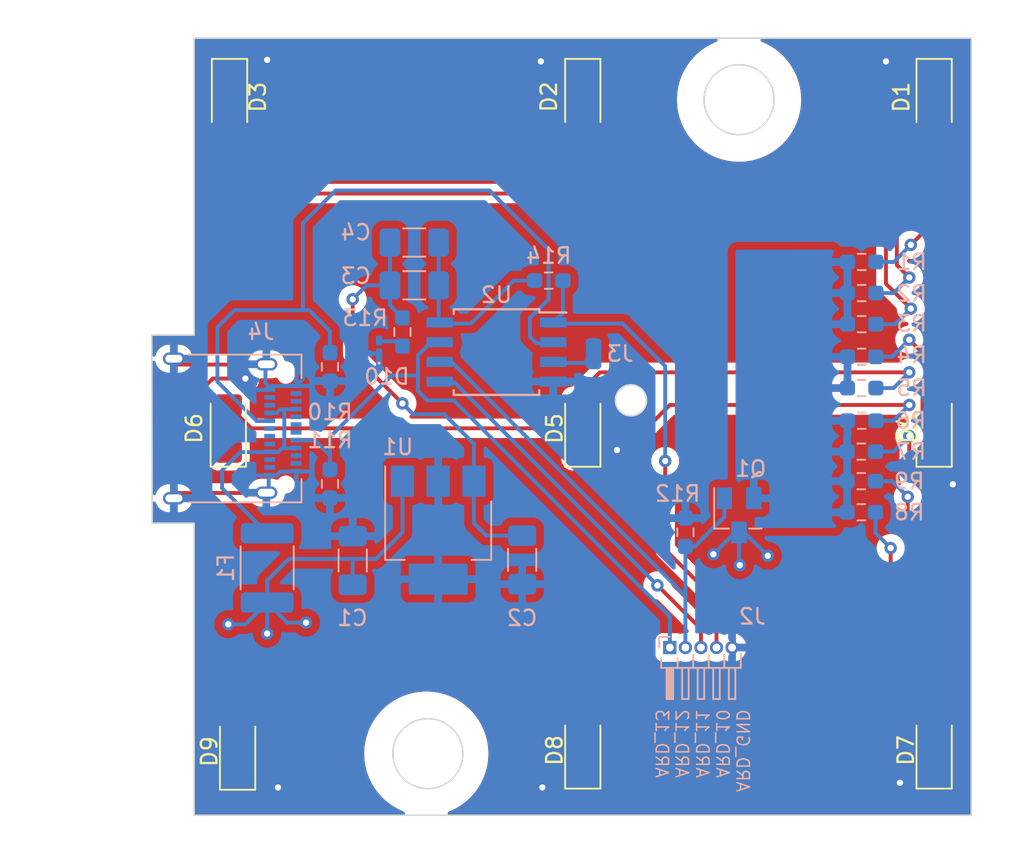
<source format=kicad_pcb>
(kicad_pcb (version 20221018) (generator pcbnew)
  (layers (0 "F.Cu" power) (31 "B.Cu" power) (34 "B.Paste" user) (35 "F.Paste" user) (36 "B.SilkS" user "B.Silkscreen") (37 "F.SilkS" user "F.Silkscreen") (38 "B.Mask" user) (39 "F.Mask" user) (44 "Edge.Cuts" user))
  (net 0 "")
  (net 1 "Net-(D7-A)")
  (net 2 "Net-(D1-A)")
  (net 3 "Net-(D3-A)")
  (net 4 "Net-(D4-A)")
  (net 5 "Net-(D5-A)")
  (net 6 "Net-(D6-A)")
  (net 7 "SRC_CAP2")
  (net 8 "TOUCH_SENS_EXT")
  (net 9 "LED_PWR")
  (net 10 "USB_PWR")
  (net 11 "GND")
  (net 12 "IC_PS")
  (net 13 "Net-(D2-A)")
  (net 14 "Net-(D8-A)")
  (net 15 "Net-(D9-A)")
  (net 16 "Net-(D10-A)")
  (net 17 "CIRC_PWR")
  (net 18 "Net-(F1-Pad1)")
  (net 19 "SRC_CAP1")
  (net 20 "LED_CTRL")
  (net 21 "Net-(J2-Pin_3)")
  (net 22 "Net-(J2-Pin_4)")
  (footprint "Diode_SMD:D_1206_3216Metric_Pad1.42x1.75mm_HandSolder" (layer "F.Cu") (at 125 80 -90)
    (fp_text reference "D3" (at 0 -1.82 90) (layer "F.SilkS"))
    (fp_text value "WHITE")
    (pad "1" smd roundrect (at -1.4875 0 270) (size 1.425 1.75) (layers "F.Cu" "F.Paste" "F.Mask") (roundrect_rratio 0.1754392982) (net 11 "GND"))
    (pad "2" smd roundrect (at 1.4875 0 270) (size 1.425 1.75) (layers "F.Cu" "F.Paste" "F.Mask") (roundrect_rratio 0.1754392982) (net 3 "Net-(D3-A)"))
  )
  (footprint "Diode_SMD:D_1206_3216Metric_Pad1.42x1.75mm_HandSolder" (layer "F.Cu") (at 125.52 122.0875 90)
    (fp_text reference "D9" (at 0 -1.82 90) (layer "F.SilkS"))
    (fp_text value "WHITE")
    (pad "1" smd roundrect (at -1.4875 0 90) (size 1.425 1.75) (layers "F.Cu" "F.Paste" "F.Mask") (roundrect_rratio 0.1754392982) (net 11 "GND"))
    (pad "2" smd roundrect (at 1.4875 0 90) (size 1.425 1.75) (layers "F.Cu" "F.Paste" "F.Mask") (roundrect_rratio 0.1754392982) (net 15 "Net-(D9-A)"))
  )
  (footprint "Diode_SMD:D_1206_3216Metric_Pad1.42x1.75mm_HandSolder" (layer "F.Cu") (at 124.92 101.3125 90)
    (fp_text reference "D6" (at 0.0125 -2.2 90) (layer "F.SilkS"))
    (fp_text value "WHITE")
    (pad "1" smd roundrect (at -1.4875 0 90) (size 1.425 1.75) (layers "F.Cu" "F.Paste" "F.Mask") (roundrect_rratio 0.1754392982) (net 11 "GND"))
    (pad "2" smd roundrect (at 1.4875 0 90) (size 1.425 1.75) (layers "F.Cu" "F.Paste" "F.Mask") (roundrect_rratio 0.1754392982) (net 6 "Net-(D6-A)"))
  )
  (footprint "Diode_SMD:D_1206_3216Metric_Pad1.42x1.75mm_HandSolder" (layer "F.Cu") (at 147.72 80 -90)
    (fp_text reference "D2" (at -0.018 2.1772 90) (layer "F.SilkS"))
    (fp_text value "WHITE")
    (pad "1" smd roundrect (at -1.4875 0 270) (size 1.425 1.75) (layers "F.Cu" "F.Paste" "F.Mask") (roundrect_rratio 0.1754392982) (net 11 "GND"))
    (pad "2" smd roundrect (at 1.4875 0 270) (size 1.425 1.75) (layers "F.Cu" "F.Paste" "F.Mask") (roundrect_rratio 0.1754392982) (net 13 "Net-(D2-A)"))
  )
  (footprint "Diode_SMD:D_1206_3216Metric_Pad1.42x1.75mm_HandSolder" (layer "F.Cu") (at 170.32 101.3125 90)
    (fp_text reference "D4" (at 0 -1.82 90) (layer "F.SilkS"))
    (fp_text value "WHITE")
    (pad "1" smd roundrect (at -1.4875 0 90) (size 1.425 1.75) (layers "F.Cu" "F.Paste" "F.Mask") (roundrect_rratio 0.1754392982) (net 11 "GND"))
    (pad "2" smd roundrect (at 1.4875 0 90) (size 1.425 1.75) (layers "F.Cu" "F.Paste" "F.Mask") (roundrect_rratio 0.1754392982) (net 4 "Net-(D4-A)"))
  )
  (footprint "Diode_SMD:D_1206_3216Metric_Pad1.42x1.75mm_HandSolder" (layer "F.Cu") (at 147.72 101.3125 90)
    (fp_text reference "D5" (at 0 -1.82 90) (layer "F.SilkS"))
    (fp_text value "WHITE")
    (pad "1" smd roundrect (at -1.4875 0 90) (size 1.425 1.75) (layers "F.Cu" "F.Paste" "F.Mask") (roundrect_rratio 0.1754392982) (net 11 "GND"))
    (pad "2" smd roundrect (at 1.4875 0 90) (size 1.425 1.75) (layers "F.Cu" "F.Paste" "F.Mask") (roundrect_rratio 0.1754392982) (net 5 "Net-(D5-A)"))
  )
  (footprint "Diode_SMD:D_1206_3216Metric_Pad1.42x1.75mm_HandSolder" (layer "F.Cu") (at 170.32 80 -90)
    (fp_text reference "D1" (at 0 2.11 90) (layer "F.SilkS"))
    (fp_text value "WHITE")
    (pad "1" smd roundrect (at -1.4875 0 270) (size 1.425 1.75) (layers "F.Cu" "F.Paste" "F.Mask") (roundrect_rratio 0.1754392982) (net 11 "GND"))
    (pad "2" smd roundrect (at 1.4875 0 270) (size 1.425 1.75) (layers "F.Cu" "F.Paste" "F.Mask") (roundrect_rratio 0.1754392982) (net 2 "Net-(D1-A)"))
  )
  (footprint "Diode_SMD:D_1206_3216Metric_Pad1.42x1.75mm_HandSolder" (layer "F.Cu") (at 147.72 122.0125 90)
    (fp_text reference "D8" (at 0 -1.82 90) (layer "F.SilkS"))
    (fp_text value "WHITE")
    (pad "1" smd roundrect (at -1.4875 0 90) (size 1.425 1.75) (layers "F.Cu" "F.Paste" "F.Mask") (roundrect_rratio 0.1754392982) (net 11 "GND"))
    (pad "2" smd roundrect (at 1.4875 0 90) (size 1.425 1.75) (layers "F.Cu" "F.Paste" "F.Mask") (roundrect_rratio 0.1754392982) (net 14 "Net-(D8-A)"))
  )
  (footprint "Diode_SMD:D_1206_3216Metric_Pad1.42x1.75mm_HandSolder" (layer "F.Cu") (at 170.32 122.0125 90)
    (fp_text reference "D7" (at 0 -1.82 90) (layer "F.SilkS"))
    (fp_text value "WHITE")
    (pad "1" smd roundrect (at -1.4875 0 90) (size 1.425 1.75) (layers "F.Cu" "F.Paste" "F.Mask") (roundrect_rratio 0.1754392982) (net 11 "GND"))
    (pad "2" smd roundrect (at 1.4875 0 90) (size 1.425 1.75) (layers "F.Cu" "F.Paste" "F.Mask") (roundrect_rratio 0.1754392982) (net 1 "Net-(D7-A)"))
  )
  (footprint "Package_TO_SOT_SMD:SuperSOT-3" (layer "B.Cu") (at 157.77 106.9 -90)
    (fp_text reference "Q1" (at -3 -0.75) (layer "B.SilkS") (effects (justify mirror)))
    (fp_text value "NMOS")
    (pad "1" smd rect (at -1.1 0.95 270) (size 1.4 1) (layers "B.Cu" "B.Paste" "B.Mask") (net 20 "LED_CTRL"))
    (pad "2" smd rect (at -1.1 -0.95 270) (size 1.4 1) (layers "B.Cu" "B.Paste" "B.Mask") (net 9 "LED_PWR"))
    (pad "3" smd rect (at 1.1 0 270) (size 1.4 1) (layers "B.Cu" "B.Paste" "B.Mask") (net 10 "USB_PWR"))
  )
  (footprint "Capacitor_SMD:C_1206_3216Metric_Pad1.33x1.80mm_HandSolder" (layer "B.Cu") (at 143.82 109.7625 -90)
    (fp_text reference "C2" (at 3.7375 0 -180) (layer "B.SilkS") (effects (justify mirror)))
    (fp_text value "1uF")
    (pad "1" smd roundrect (at -1.5625 0 270) (size 1.325 1.8) (layers "B.Cu" "B.Paste" "B.Mask") (roundrect_rratio 0.1886792453) (net 17 "CIRC_PWR"))
    (pad "2" smd roundrect (at 1.5625 0 270) (size 1.325 1.8) (layers "B.Cu" "B.Paste" "B.Mask") (roundrect_rratio 0.1886792453) (net 11 "GND"))
  )
  (footprint "Resistor_SMD:R_0603_1608Metric_Pad0.98x0.95mm_HandSolder" (layer "B.Cu") (at 131.4596 97.3431 -90)
    (fp_text reference "R10" (at 2.9125 0) (layer "B.SilkS") (effects (justify mirror)))
    (fp_text value "5.1k")
    (pad "1" smd roundrect (at -0.9125 0 270) (size 0.975 0.95) (layers "B.Cu" "B.Paste" "B.Mask") (net 7 "SRC_CAP2"))
    (pad "2" smd roundrect (at 0.9125 0 270) (size 0.975 0.95) (layers "B.Cu" "B.Paste" "B.Mask") (net 11 "GND"))
  )
  (footprint "Capacitor_SMD:C_1206_3216Metric_Pad1.33x1.80mm_HandSolder" (layer "B.Cu") (at 136.8825 89.35)
    (fp_text reference "C4" (at -3.7625 -0.65) (layer "B.SilkS") (effects (justify mirror)))
    (fp_text value "0.1uF")
    (pad "1" smd roundrect (at -1.5625 0) (size 1.325 1.8) (layers "B.Cu" "B.Paste" "B.Mask") (roundrect_rratio 0.1886792453) (net 17 "CIRC_PWR"))
    (pad "2" smd roundrect (at 1.5625 0) (size 1.325 1.8) (layers "B.Cu" "B.Paste" "B.Mask") (roundrect_rratio 0.1886792453) (net 12 "IC_PS"))
  )
  (footprint "Resistor_SMD:R_0603_1608Metric_Pad0.98x0.95mm_HandSolder" (layer "B.Cu") (at 165.6575 94.6)
    (fp_text reference "R3" (at 3.2125 -0.0372) (layer "B.SilkS") (effects (justify mirror)))
    (fp_text value "90")
    (pad "1" smd roundrect (at -0.9125 0) (size 0.975 0.95) (layers "B.Cu" "B.Paste" "B.Mask") (net 9 "LED_PWR"))
    (pad "2" smd roundrect (at 0.9125 0) (size 0.975 0.95) (layers "B.Cu" "B.Paste" "B.Mask") (net 3 "Net-(D3-A)"))
  )
  (footprint "Resistor_SMD:R_0603_1608Metric_Pad0.98x0.95mm_HandSolder" (layer "B.Cu") (at 165.6325 104.7)
    (fp_text reference "R9" (at 3.0875 0) (layer "B.SilkS") (effects (justify mirror)))
    (fp_text value "90")
    (pad "1" smd roundrect (at -0.9125 0) (size 0.975 0.95) (layers "B.Cu" "B.Paste" "B.Mask") (net 9 "LED_PWR"))
    (pad "2" smd roundrect (at 0.9125 0) (size 0.975 0.95) (layers "B.Cu" "B.Paste" "B.Mask") (net 15 "Net-(D9-A)"))
  )
  (footprint "Resistor_SMD:R_0603_1608Metric_Pad0.98x0.95mm_HandSolder" (layer "B.Cu") (at 165.6575 100.81)
    (fp_text reference "R6" (at 3.1625 -0.01) (layer "B.SilkS") (effects (justify mirror)))
    (fp_text value "90")
    (pad "1" smd roundrect (at -0.9125 0) (size 0.975 0.95) (layers "B.Cu" "B.Paste" "B.Mask") (net 9 "LED_PWR"))
    (pad "2" smd roundrect (at 0.9125 0) (size 0.975 0.95) (layers "B.Cu" "B.Paste" "B.Mask") (net 6 "Net-(D6-A)"))
  )
  (footprint "Package_TO_SOT_SMD:SOT-223-3_TabPin2" (layer "B.Cu") (at 138.42 107.85 -90)
    (fp_text reference "U1" (at -5.35 2.6 -180) (layer "B.SilkS") (effects (justify mirror)))
    (fp_text value "MCP1703Ax-500xxDB")
    (pad "1" smd rect (at -3.15 2.3 270) (size 2 1.5) (layers "B.Cu" "B.Paste" "B.Mask") (net 10 "USB_PWR"))
    (pad "2" smd rect (at -3.15 0 270) (size 2 1.5) (layers "B.Cu" "B.Paste" "B.Mask") (net 11 "GND"))
    (pad "2" smd rect (at 3.15 0 270) (size 2 3.8) (layers "B.Cu" "B.Paste" "B.Mask") (net 11 "GND"))
    (pad "3" smd rect (at -3.15 -2.3 270) (size 2 1.5) (layers "B.Cu" "B.Paste" "B.Mask") (net 17 "CIRC_PWR"))
  )
  (footprint "Resistor_SMD:R_0603_1608Metric_Pad0.98x0.95mm_HandSolder" (layer "B.Cu") (at 131.4596 104.8681 -90)
    (fp_text reference "R11" (at -2.8125 0) (layer "B.SilkS") (effects (justify mirror)))
    (fp_text value "5.1k")
    (pad "1" smd roundrect (at -0.9125 0 270) (size 0.975 0.95) (layers "B.Cu" "B.Paste" "B.Mask") (net 19 "SRC_CAP1"))
    (pad "2" smd roundrect (at 0.9125 0 270) (size 0.975 0.95) (layers "B.Cu" "B.Paste" "B.Mask") (net 11 "GND"))
  )
  (footprint "Fuse:Fuse_1812_4532Metric_Pad1.30x3.40mm_HandSolder" (layer "B.Cu") (at 127.42 110.275 -90)
    (fp_text reference "F1" (at 0 2.65 90) (layer "B.SilkS") (effects (justify mirror)))
    (fp_text value "Polyfuse")
    (pad "1" smd roundrect (at -2.225 0 270) (size 1.3 3.4) (layers "B.Cu" "B.Paste" "B.Mask") (roundrect_rratio 0.1923076923) (net 18 "Net-(F1-Pad1)"))
    (pad "2" smd roundrect (at 2.225 0 270) (size 1.3 3.4) (layers "B.Cu" "B.Paste" "B.Mask") (roundrect_rratio 0.1923076923) (net 10 "USB_PWR"))
  )
  (footprint "Resistor_SMD:R_0603_1608Metric_Pad0.98x0.95mm_HandSolder" (layer "B.Cu") (at 154.32 107.9875 90)
    (fp_text reference "R12" (at 2.4875 -0.5) (layer "B.SilkS") (effects (justify mirror)))
    (fp_text value "10k")
    (pad "1" smd roundrect (at -0.9125 0 90) (size 0.975 0.95) (layers "B.Cu" "B.Paste" "B.Mask") (net 20 "LED_CTRL"))
    (pad "2" smd roundrect (at 0.9125 0 90) (size 0.975 0.95) (layers "B.Cu" "B.Paste" "B.Mask") (net 11 "GND"))
  )
  (footprint "Resistor_SMD:R_0603_1608Metric_Pad0.98x0.95mm_HandSolder" (layer "B.Cu") (at 165.6575 98.71)
    (fp_text reference "R5" (at 3.2125 0) (layer "B.SilkS") (effects (justify mirror)))
    (fp_text value "90")
    (pad "1" smd roundrect (at -0.9125 0) (size 0.975 0.95) (layers "B.Cu" "B.Paste" "B.Mask") (net 9 "LED_PWR"))
    (pad "2" smd roundrect (at 0.9125 0) (size 0.975 0.95) (layers "B.Cu" "B.Paste" "B.Mask") (net 5 "Net-(D5-A)"))
  )
  (footprint "Connector_Wire:SolderWirePad_1x01_SMD_1x2mm" (layer "B.Cu") (at 148.42 96.5 180)
    (fp_text reference "J3" (at -1.7 0) (layer "B.SilkS") (effects (justify mirror)))
    (fp_text value "External Capacitance")
    (pad "1" smd roundrect (at 0 0 180) (size 1 2) (layers "B.Cu" "B.Paste" "B.Mask") (net 8 "TOUCH_SENS_EXT"))
  )
  (footprint "Capacitor_SMD:C_1206_3216Metric_Pad1.33x1.80mm_HandSolder" (layer "B.Cu") (at 132.92 109.8 90)
    (fp_text reference "C1" (at -3.7 -0.016 180) (layer "B.SilkS") (effects (justify mirror)))
    (fp_text value "1uF")
    (pad "1" smd roundrect (at -1.5625 0 90) (size 1.325 1.8) (layers "B.Cu" "B.Paste" "B.Mask") (roundrect_rratio 0.1886792453) (net 10 "USB_PWR"))
    (pad "2" smd roundrect (at 1.5625 0 90) (size 1.325 1.8) (layers "B.Cu" "B.Paste" "B.Mask") (roundrect_rratio 0.1886792453) (net 11 "GND"))
  )
  (footprint "Diode_SMD:D_0201_0603Metric_Pad0.64x0.40mm_HandSolder" (layer "B.Cu") (at 134.62 96.0675 90)
    (fp_text reference "D10" (at -1.905 0.5 180) (layer "B.SilkS") (effects (justify mirror)))
    (fp_text value "PWR")
    (pad "1" smd roundrect (at -0.4075 0 90) (size 0.635 0.4) (layers "B.Cu" "B.Mask") (net 11 "GND"))
    (pad "2" smd roundrect (at 0.4075 0 90) (size 0.635 0.4) (layers "B.Cu" "B.Mask") (net 16 "Net-(D10-A)"))
  )
  (footprint "Connector_PinHeader_1.00mm:PinHeader_1x05_P1.00mm_Horizontal" (layer "B.Cu") (at 153.32 115.4 -90)
    (fp_text reference "J2" (at -2 -5.3 -180) (layer "B.SilkS") (effects (justify mirror)))
    (fp_text value "Arduino programmer")
    (pad "1" thru_hole rect (at 0 0 270) (size 0.85 0.85) (drill 0.5) (layers "*.Cu" "*.Mask") (net 19 "SRC_CAP1"))
    (pad "2" thru_hole oval (at 0 -1 270) (size 0.85 0.85) (drill 0.5) (layers "*.Cu" "*.Mask") (net 20 "LED_CTRL"))
    (pad "3" thru_hole oval (at 0 -2 270) (size 0.85 0.85) (drill 0.5) (layers "*.Cu" "*.Mask") (net 21 "Net-(J2-Pin_3)"))
    (pad "4" thru_hole oval (at 0 -3 270) (size 0.85 0.85) (drill 0.5) (layers "*.Cu" "*.Mask") (net 22 "Net-(J2-Pin_4)"))
    (pad "5" thru_hole oval (at 0 -4 270) (size 0.85 0.85) (drill 0.5) (layers "*.Cu" "*.Mask") (net 11 "GND"))
  )
  (footprint "Resistor_SMD:R_0603_1608Metric_Pad0.98x0.95mm_HandSolder" (layer "B.Cu") (at 165.6575 92.6)
    (fp_text reference "R2" (at 3.2125 0.034) (layer "B.SilkS") (effects (justify mirror)))
    (fp_text value "90")
    (pad "1" smd roundrect (at -0.9125 0) (size 0.975 0.95) (layers "B.Cu" "B.Paste" "B.Mask") (net 9 "LED_PWR"))
    (pad "2" smd roundrect (at 0.9125 0) (size 0.975 0.95) (layers "B.Cu" "B.Paste" "B.Mask") (net 13 "Net-(D2-A)"))
  )
  (footprint "Resistor_SMD:R_0603_1608Metric_Pad0.98x0.95mm_HandSolder" (layer "B.Cu") (at 165.6325 106.7)
    (fp_text reference "R8" (at 3.0875 0) (layer "B.SilkS") (effects (justify mirror)))
    (fp_text value "90")
    (pad "1" smd roundrect (at -0.9125 0) (size 0.975 0.95) (layers "B.Cu" "B.Paste" "B.Mask") (net 9 "LED_PWR"))
    (pad "2" smd roundrect (at 0.9125 0) (size 0.975 0.95) (layers "B.Cu" "B.Paste" "B.Mask") (net 14 "Net-(D8-A)"))
  )
  (footprint "Resistor_SMD:R_0603_1608Metric_Pad0.98x0.95mm_HandSolder" (layer "B.Cu") (at 165.6575 90.6)
    (fp_text reference "R1" (at 3.2125 0) (layer "B.SilkS") (effects (justify mirror)))
    (fp_text value "90")
    (pad "1" smd roundrect (at -0.9125 0) (size 0.975 0.95) (layers "B.Cu" "B.Paste" "B.Mask") (net 9 "LED_PWR"))
    (pad "2" smd roundrect (at 0.9125 0) (size 0.975 0.95) (layers "B.Cu" "B.Paste" "B.Mask") (net 2 "Net-(D1-A)"))
  )
  (footprint "Resistor_SMD:R_0603_1608Metric_Pad0.98x0.95mm_HandSolder" (layer "B.Cu") (at 165.6325 102.8)
    (fp_text reference "R7" (at 3.1875 0) (layer "B.SilkS") (effects (justify mirror)))
    (fp_text value "90")
    (pad "1" smd roundrect (at -0.9125 0) (size 0.975 0.95) (layers "B.Cu" "B.Paste" "B.Mask") (net 9 "LED_PWR"))
    (pad "2" smd roundrect (at 0.9125 0) (size 0.975 0.95) (layers "B.Cu" "B.Paste" "B.Mask") (net 1 "Net-(D7-A)"))
  )
  (footprint "Resistor_SMD:R_0603_1608Metric_Pad0.98x0.95mm_HandSolder" (layer "B.Cu") (at 145.5325 91.8 180)
    (fp_text reference "R14" (at 0 1.6) (layer "B.SilkS") (effects (justify mirror)))
    (fp_text value "10k")
    (pad "1" smd roundrect (at -0.9125 0 180) (size 0.975 0.95) (layers "B.Cu" "B.Paste" "B.Mask") (net 22 "Net-(J2-Pin_4)"))
    (pad "2" smd roundrect (at 0.9125 0 180) (size 0.975 0.95) (layers "B.Cu" "B.Paste" "B.Mask") (net 12 "IC_PS"))
  )
  (footprint "Capacitor_SMD:C_1206_3216Metric_Pad1.33x1.80mm_HandSolder" (layer "B.Cu") (at 136.8825 92.1)
    (fp_text reference "C3" (at -3.7625 -0.6) (layer "B.SilkS") (effects (justify mirror)))
    (fp_text value "4.7uF")
    (pad "1" smd roundrect (at -1.5625 0) (size 1.325 1.8) (layers "B.Cu" "B.Paste" "B.Mask") (roundrect_rratio 0.1886792453) (net 17 "CIRC_PWR"))
    (pad "2" smd roundrect (at 1.5625 0) (size 1.325 1.8) (layers "B.Cu" "B.Paste" "B.Mask") (roundrect_rratio 0.1886792453) (net 12 "IC_PS"))
  )
  (footprint "Package_SO:SOIC-8W_5.3x5.3mm_P1.27mm" (layer "B.Cu") (at 142.17 96.395 180)
    (fp_text reference "U2" (at 0 3.68) (layer "B.SilkS") (effects (justify mirror)))
    (fp_text value "ATtiny85-20S")
    (pad "1" smd rect (at -3.65 1.905 180) (size 1.7 0.65) (layers "B.Cu" "B.Paste" "B.Mask") (net 22 "Net-(J2-Pin_4)"))
    (pad "2" smd rect (at -3.65 0.635 180) (size 1.7 0.65) (layers "B.Cu" "B.Paste" "B.Mask") (net 7 "SRC_CAP2"))
    (pad "3" smd rect (at -3.65 -0.635 180) (size 1.7 0.65) (layers "B.Cu" "B.Paste" "B.Mask") (net 8 "TOUCH_SENS_EXT"))
    (pad "4" smd rect (at -3.65 -1.905 180) (size 1.7 0.65) (layers "B.Cu" "B.Paste" "B.Mask") (net 11 "GND"))
    (pad "5" smd rect (at 3.65 -1.905 180) (size 1.7 0.65) (layers "B.Cu" "B.Paste" "B.Mask") (net 21 "Net-(J2-Pin_3)"))
    (pad "6" smd rect (at 3.65 -0.635 180) (size 1.7 0.65) (layers "B.Cu" "B.Paste" "B.Mask") (net 20 "LED_CTRL"))
    (pad "7" smd rect (at 3.65 0.635 180) (size 1.7 0.65) (layers "B.Cu" "B.Paste" "B.Mask") (net 19 "SRC_CAP1"))
    (pad "8" smd rect (at 3.65 1.905 180) (size 1.7 0.65) (layers "B.Cu" "B.Paste" "B.Mask") (net 12 "IC_PS"))
  )
  (footprint "Resistor_SMD:R_0603_1608Metric_Pad0.98x0.95mm_HandSolder" (layer "B.Cu") (at 136.12 95.1025 -90)
    (fp_text reference "R13" (at -0.9025 2.4 -180) (layer "B.SilkS") (effects (justify mirror)))
    (fp_text value "300")
    (pad "1" smd roundrect (at -0.9125 0 270) (size 0.975 0.95) (layers "B.Cu" "B.Paste" "B.Mask") (net 17 "CIRC_PWR"))
    (pad "2" smd roundrect (at 0.9125 0 270) (size 0.975 0.95) (layers "B.Cu" "B.Paste" "B.Mask") (net 16 "Net-(D10-A)"))
  )
  (footprint "Connector_USB:USB_C_Receptacle_Amphenol_12401610E4-2A" (layer "B.Cu") (at 124.26 101.31 90)
    (fp_text reference "J4" (at 6.21 2.76) (layer "B.SilkS") (effects (justify mirror)))
    (fp_text value "USB_C_Receptacle")
    (pad "" np_thru_hole circle (at -3.6 4.36 90) (size 0.65 0.65) (drill 0.65) (layers "*.Cu" "*.Mask"))
    (pad "" np_thru_hole oval (at 3.6 4.36 90) (size 0.95 0.65) (drill oval 0.95 0.65) (layers "*.Cu" "*.Mask"))
    (pad "A1" smd rect (at -2.75 5.02 90) (size 0.3 0.7) (layers "B.Cu" "B.Paste" "B.Mask") (net 11 "GND"))
    (pad "A2" smd rect (at -2.25 5.02 90) (size 0.3 0.7) (layers "B.Cu" "B.Paste" "B.Mask"))
    (pad "A3" smd rect (at -1.75 5.02 90) (size 0.3 0.7) (layers "B.Cu" "B.Paste" "B.Mask"))
    (pad "A4" smd rect (at -1.25 5.02 90) (size 0.3 0.7) (layers "B.Cu" "B.Paste" "B.Mask") (net 18 "Net-(F1-Pad1)"))
    (pad "A5" smd rect (at -0.75 5.02 90) (size 0.3 0.7) (layers "B.Cu" "B.Paste" "B.Mask") (net 19 "SRC_CAP1"))
    (pad "A6" smd rect (at -0.25 5.02 90) (size 0.3 0.7) (layers "B.Cu" "B.Paste" "B.Mask"))
    (pad "A7" smd rect (at 0.25 5.02 90) (size 0.3 0.7) (layers "B.Cu" "B.Paste" "B.Mask"))
    (pad "A8" smd rect (at 0.75 5.02 90) (size 0.3 0.7) (layers "B.Cu" "B.Paste" "B.Mask"))
    (pad "A9" smd rect (at 1.25 5.02 90) (size 0.3 0.7) (layers "B.Cu" "B.Paste" "B.Mask") (net 18 "Net-(F1-Pad1)"))
    (pad "A10" smd rect (at 1.75 5.02 90) (size 0.3 0.7) (layers "B.Cu" "B.Paste" "B.Mask"))
    (pad "A11" smd rect (at 2.25 5.02 90) (size 0.3 0.7) (layers "B.Cu" "B.Paste" "B.Mask"))
    (pad "A12" smd rect (at 2.75 5.02 90) (size 0.3 0.7) (layers "B.Cu" "B.Paste" "B.Mask") (net 11 "GND"))
    (pad "B1" smd rect (at 2.5 3.32 90) (size 0.3 0.7) (layers "B.Cu" "B.Paste" "B.Mask") (net 11 "GND"))
    (pad "B2" smd rect (at 2 3.32 90) (size 0.3 0.7) (layers "B.Cu" "B.Paste" "B.Mask"))
    (pad "B3" smd rect (at 1.5 3.32 90) (size 0.3 0.7) (layers "B.Cu" "B.Paste" "B.Mask"))
    (pad "B4" smd rect (at 1 3.32 90) (size 0.3 0.7) (layers "B.Cu" "B.Paste" "B.Mask") (net 18 "Net-(F1-Pad1)"))
    (pad "B5" smd rect (at 0.5 3.32 90) (size 0.3 0.7) (layers "B.Cu" "B.Paste" "B.Mask") (net 7 "SRC_CAP2"))
    (pad "B6" smd rect (at 0 3.32 90) (size 0.3 0.7) (layers "B.Cu" "B.Paste" "B.Mask"))
    (pad "B7" smd rect (at -0.5 3.32 90) (size 0.3 0.7) (layers "B.Cu" "B.Paste" "B.Mask"))
    (pad "B8" smd rect (at -1 3.32 90) (size 0.3 0.7) (layers "B.Cu" "B.Paste" "B.Mask"))
    (pad "B9" smd rect (at -1.5 3.32 90) (size 0.3 0.7) (layers "B.Cu" "B.Paste" "B.Mask") (net 18 "Net-(F1-Pad1)"))
    (pad "B10" smd rect (at -2 3.32 90) (size 0.3 0.7) (layers "B.Cu" "B.Paste" "B.Mask"))
    (pad "B11" smd rect (at -2.5 3.32 90) (size 0.3 0.7) (layers "B.Cu" "B.Paste" "B.Mask"))
    (pad "B12" smd rect (at -3 3.32 90) (size 0.3 0.7) (layers "B.Cu" "B.Paste" "B.Mask") (net 11 "GND"))
    (pad "S1" thru_hole oval (at -4.49 -2.84 90) (size 0.8 1.4) (drill oval 0.5 1.1) (layers "*.Cu" "*.Mask") (net 11 "GND"))
    (pad "S1" thru_hole oval (at -4.13 3.11 90) (size 0.8 1.4) (drill oval 0.5 1.1) (layers "*.Cu" "*.Mask") (net 11 "GND"))
    (pad "S1" thru_hole oval (at 4.13 3.11 90) (size 0.8 1.4) (drill oval 0.5 1.1) (layers "*.Cu" "*.Mask") (net 11 "GND"))
    (pad "S1" thru_hole oval (at 4.49 -2.84 90) (size 0.8 1.4) (drill oval 0.5 1.1) (layers "*.Cu" "*.Mask") (net 11 "GND"))
  )
  (footprint "Resistor_SMD:R_0603_1608Metric_Pad0.98x0.95mm_HandSolder" (layer "B.Cu") (at 165.6575 96.7)
    (fp_text reference "R4" (at 3.2125 -0.1084) (layer "B.SilkS") (effects (justify mirror)))
    (fp_text value "90")
    (pad "1" smd roundrect (at -0.9125 0) (size 0.975 0.95) (layers "B.Cu" "B.Paste" "B.Mask") (net 9 "LED_PWR"))
    (pad "2" smd roundrect (at 0.9125 0) (size 0.975 0.95) (layers "B.Cu" "B.Paste" "B.Mask") (net 4 "Net-(D4-A)"))
  )
  (gr_line (start 172.7072 76.2) (end 172.7072 126.1872) (stroke (width 0.1)) (layer "Edge.Cuts"))
  (gr_line (start 120.02 107.4) (end 122.72 107.4) (stroke (width 0.1)) (layer "Edge.Cuts"))
  (gr_line (start 172.7072 126.1872) (end 122.72 126.1872) (stroke (width 0.1)) (layer "Edge.Cuts"))
  (gr_line (start 122.72 95.3) (end 120 95.3) (stroke (width 0.1)) (layer "Edge.Cuts"))
  (gr_line (start 122.72 76.2) (end 172.7072 76.2) (stroke (width 0.1)) (layer "Edge.Cuts"))
  (gr_circle (center 150.82 99.5) (end 151.82 99.5) (stroke (width 0.1)) (fill none) (layer "Edge.Cuts"))
  (gr_line (start 122.72 126.1872) (end 122.72 107.4) (stroke (width 0.1)) (layer "Edge.Cuts"))
  (gr_line (start 120 95.3) (end 120.02 107.4) (stroke (width 0.1)) (layer "Edge.Cuts"))
  (gr_circle (center 157.772 80.1624) (end 160.022 80.1624) (stroke (width 0.1)) (fill none) (layer "Edge.Cuts"))
  (gr_circle (center 137.7568 122.2248) (end 140.0068 122.2248) (stroke (width 0.1)) (fill none) (layer "Edge.Cuts"))
  (gr_line (start 122.72 95.3) (end 122.72 76.2) (stroke (width 0.1)) (layer "Edge.Cuts"))
  (gr_text "ARD_12" (at 153.62 119.3 270) (layer "B.SilkS") (effects (font (size 0.8 0.8) (thickness 0.1)) (justify right bottom mirror)))
  (gr_text "ARD_11" (at 154.9388 119.3 270) (layer "B.SilkS") (effects (font (size 0.8 0.8) (thickness 0.1)) (justify right bottom mirror)))
  (gr_text "ARD_10" (at 156.2388 119.3 270) (layer "B.SilkS") (effects (font (size 0.8 0.8) (thickness 0.1)) (justify right bottom mirror)))
  (gr_text "ARD_13" (at 152.3388 119.3 270) (layer "B.SilkS") (effects (font (size 0.8 0.8) (thickness 0.1)) (justify right bottom mirror)))
  (gr_text "ARD_GND" (at 157.5388 119.3 270) (layer "B.SilkS") (effects (font (size 0.8 0.8) (thickness 0.1)) (justify right bottom mirror)))
  (segment (start 168.72 101.8) (end 168.72 104.4) (width 0.25) (layer "F.Cu") (net 1))
  (segment (start 168.72 104.4) (end 170.32 106) (width 0.25) (layer "F.Cu") (net 1))
  (segment (start 170.32 106) (end 170.32 120.525) (width 0.25) (layer "F.Cu") (net 1))
  (via (at 168.72 101.8) (size 0.8) (drill 0.4) (layers "F.Cu" "B.Cu") (net 1))
  (segment (start 166.545 102.8) (end 167.72 102.8) (width 0.25) (layer "B.Cu") (net 1))
  (segment (start 167.72 102.8) (end 168.72 101.8) (width 0.25) (layer "B.Cu") (net 1))
  (segment (start 168.82 89.5) (end 170.32 88) (width 0.25) (layer "F.Cu") (net 2))
  (segment (start 170.32 88) (end 170.32 81.4875) (width 0.25) (layer "F.Cu") (net 2))
  (via (at 168.82 89.5) (size 0.8) (drill 0.4) (layers "F.Cu" "B.Cu") (net 2))
  (segment (start 166.57 90.6) (end 167.72 90.6) (width 0.25) (layer "B.Cu") (net 2))
  (segment (start 167.72 90.6) (end 168.82 89.5) (width 0.25) (layer "B.Cu") (net 2))
  (segment (start 165.12 86.2) (end 129.7125 86.2) (width 0.25) (layer "F.Cu") (net 3))
  (segment (start 129.7125 86.2) (end 125 81.4875) (width 0.25) (layer "F.Cu") (net 3))
  (segment (start 167.22 88.3) (end 165.12 86.2) (width 0.25) (layer "F.Cu") (net 3))
  (segment (start 167.22 92) (end 167.22 88.3) (width 0.25) (layer "F.Cu") (net 3))
  (segment (start 168.82 93.6) (end 167.22 92) (width 0.25) (layer "F.Cu") (net 3))
  (via (at 168.82 93.6) (size 0.8) (drill 0.4) (layers "F.Cu" "B.Cu") (net 3))
  (segment (start 167.82 94.6) (end 168.82 93.6) (width 0.25) (layer "B.Cu") (net 3))
  (segment (start 166.57 94.6) (end 167.82 94.6) (width 0.25) (layer "B.Cu") (net 3))
  (segment (start 170.32 97.2) (end 170.32 99.825) (width 0.25) (layer "F.Cu") (net 4))
  (segment (start 168.72 95.6) (end 170.32 97.2) (width 0.25) (layer "F.Cu") (net 4))
  (via (at 168.72 95.6) (size 0.8) (drill 0.4) (layers "F.Cu" "B.Cu") (net 4))
  (segment (start 167.62 96.7) (end 168.72 95.6) (width 0.25) (layer "B.Cu") (net 4))
  (segment (start 166.57 96.7) (end 167.62 96.7) (width 0.25) (layer "B.Cu") (net 4))
  (segment (start 147.72 98.8) (end 147.72 99.825) (width 0.25) (layer "F.Cu") (net 5))
  (segment (start 148.82 97.7) (end 147.72 98.8) (width 0.25) (layer "F.Cu") (net 5))
  (segment (start 168.72 97.7) (end 148.82 97.7) (width 0.25) (layer "F.Cu") (net 5))
  (via (at 168.72 97.7) (size 0.8) (drill 0.4) (layers "F.Cu" "B.Cu") (net 5))
  (segment (start 167.71 98.71) (end 168.72 97.7) (width 0.25) (layer "B.Cu") (net 5))
  (segment (start 166.57 98.71) (end 167.71 98.71) (width 0.25) (layer "B.Cu") (net 5))
  (segment (start 168.72 99.8) (end 153.32 99.8) (width 0.25) (layer "F.Cu") (net 6))
  (segment (start 153.32 99.8) (end 151.82 101.3) (width 0.25) (layer "F.Cu") (net 6))
  (segment (start 126.395 101.3) (end 124.92 99.825) (width 0.25) (layer "F.Cu") (net 6))
  (segment (start 151.82 101.3) (end 126.395 101.3) (width 0.25) (layer "F.Cu") (net 6))
  (via (at 168.72 99.8) (size 0.8) (drill 0.4) (layers "F.Cu" "B.Cu") (net 6))
  (segment (start 167.71 100.81) (end 168.72 99.8) (width 0.25) (layer "B.Cu") (net 6))
  (segment (start 166.57 100.81) (end 167.71 100.81) (width 0.25) (layer "B.Cu") (net 6))
  (segment (start 131.4596 95.0396) (end 131.4596 96.4306) (width 0.25) (layer "B.Cu") (net 7))
  (segment (start 131.82 86) (end 141.72 86) (width 0.25) (layer "B.Cu") (net 7))
  (segment (start 130.12 93.7) (end 131.4596 95.0396) (width 0.25) (layer "B.Cu") (net 7))
  (segment (start 141.72 86) (end 145.52 89.8) (width 0.25) (layer "B.Cu") (net 7))
  (segment (start 127.52 100.83) (end 126.75 100.83) (width 0.25) (layer "B.Cu") (net 7))
  (segment (start 125.32 93.7) (end 129.72 93.7) (width 0.25) (layer "B.Cu") (net 7))
  (segment (start 145.52 89.8) (end 145.52 93) (width 0.25) (layer "B.Cu") (net 7))
  (segment (start 144.32 94.2) (end 144.32 95.4) (width 0.25) (layer "B.Cu") (net 7))
  (segment (start 126.75 100.83) (end 124.22 98.3) (width 0.25) (layer "B.Cu") (net 7))
  (segment (start 129.72 93.7) (end 130.12 93.7) (width 0.25) (layer "B.Cu") (net 7))
  (segment (start 124.22 98.3) (end 124.22 94.8) (width 0.25) (layer "B.Cu") (net 7))
  (segment (start 129.72 88.1) (end 131.82 86) (width 0.25) (layer "B.Cu") (net 7))
  (segment (start 145.52 93) (end 144.32 94.2) (width 0.25) (layer "B.Cu") (net 7))
  (segment (start 124.22 94.8) (end 125.32 93.7) (width 0.25) (layer "B.Cu") (net 7))
  (segment (start 144.75 95.83) (end 146.12 95.83) (width 0.25) (layer "B.Cu") (net 7))
  (segment (start 129.72 93.7) (end 129.72 88.1) (width 0.25) (layer "B.Cu") (net 7))
  (segment (start 144.32 95.4) (end 144.75 95.83) (width 0.25) (layer "B.Cu") (net 7))
  (segment (start 146.15 97.07) (end 146.12 97.1) (width 0.25) (layer "B.Cu") (net 8))
  (segment (start 148.42 96.5) (end 147.82 97.1) (width 0.25) (layer "B.Cu") (net 8))
  (segment (start 147.82 97.1) (end 146.12 97.1) (width 0.25) (layer "B.Cu") (net 8))
  (via (at 159.62 109.5) (size 0.8) (drill 0.4) (layers "F.Cu" "B.Cu") (net 10))
  (via (at 156.12 109.4) (size 0.8) (drill 0.4) (layers "F.Cu" "B.Cu") (net 10))
  (via (at 157.82 110.1) (size 0.8) (drill 0.4) (layers "F.Cu" "B.Cu") (net 10))
  (via (at 124.92 113.9) (size 0.8) (drill 0.4) (layers "F.Cu" "B.Cu") (net 10))
  (via (at 129.92 113.8) (size 0.8) (drill 0.4) (layers "F.Cu" "B.Cu") (net 10))
  (via (at 127.42 114.5) (size 0.8) (drill 0.4) (layers "F.Cu" "B.Cu") (net 10))
  (segment (start 157.77 108) (end 157.77 110.05) (width 0.25) (layer "B.Cu") (net 10))
  (segment (start 157.52 108) (end 156.12 109.4) (width 0.25) (layer "B.Cu") (net 10))
  (segment (start 127.42 112.5) (end 128.72 113.8) (width 0.25) (layer "B.Cu") (net 10))
  (segment (start 132.92 111.3625) (end 132.92 109.7) (width 0.25) (layer "B.Cu") (net 10))
  (segment (start 127.42 112.5) (end 127.42 111.1) (width 0.25) (layer "B.Cu") (net 10))
  (segment (start 158.12 108) (end 159.62 109.5) (width 0.25) (layer "B.Cu") (net 10))
  (segment (start 128.72 113.8) (end 129.92 113.8) (width 0.25) (layer "B.Cu") (net 10))
  (segment (start 127.42 112.5) (end 126.32 112.5) (width 0.25) (layer "B.Cu") (net 10))
  (segment (start 127.42 112.5) (end 126.02 113.9) (width 0.25) (layer "B.Cu") (net 10))
  (segment (start 157.77 108) (end 157.52 108) (width 0.25) (layer "B.Cu") (net 10))
  (segment (start 126.02 113.9) (end 124.92 113.9) (width 0.25) (layer "B.Cu") (net 10))
  (segment (start 157.77 108) (end 158.12 108) (width 0.25) (layer "B.Cu") (net 10))
  (segment (start 132.92 109.7) (end 134.42 109.7) (width 0.25) (layer "B.Cu") (net 10))
  (segment (start 128.82 109.7) (end 132.92 109.7) (width 0.25) (layer "B.Cu") (net 10))
  (segment (start 127.42 112.5) (end 126.42 112.5) (width 0.25) (layer "B.Cu") (net 10))
  (segment (start 127.42 112.5) (end 127.42 114.5) (width 0.25) (layer "B.Cu") (net 10))
  (segment (start 127.42 111.1) (end 128.82 109.7) (width 0.25) (layer "B.Cu") (net 10))
  (segment (start 157.77 110.05) (end 157.82 110.1) (width 0.25) (layer "B.Cu") (net 10))
  (segment (start 136.12 108) (end 136.12 104.7) (width 0.25) (layer "B.Cu") (net 10))
  (segment (start 134.42 109.7) (end 136.12 108) (width 0.25) (layer "B.Cu") (net 10))
  (segment (start 170.32 78.5125) (end 168.0325 78.5125) (width 0.25) (layer "F.Cu") (net 11))
  (segment (start 127.31 97.2) (end 121.72 97.2) (width 0.25) (layer "F.Cu") (net 11))
  (segment (start 170.32 103.7) (end 171.52 104.9) (width 0.25) (layer "F.Cu") (net 11))
  (segment (start 125 78.5125) (end 126.5075 78.5125) (width 0.25) (layer "F.Cu") (net 11))
  (segment (start 124.92 102.8) (end 123.02 100.9) (width 0.25) (layer "F.Cu") (net 11))
  (segment (start 121.72 105.46) (end 121.36 105.82) (width 0.25) (layer "F.Cu") (net 11))
  (segment (start 121.72 97.2) (end 121.36 96.84) (width 0.25) (layer "F.Cu") (net 11))
  (segment (start 168.72 123.5) (end 168.12 124.1) (width 0.25) (layer "F.Cu") (net 11))
  (segment (start 121.36 105.82) (end 121.36 96.84) (width 0.25) (layer "F.Cu") (net 11))
  (segment (start 123.02 100.9) (end 123.02 99) (width 0.25) (layer "F.Cu") (net 11))
  (segment (start 122.82 105.46) (end 121.72 105.46) (width 0.25) (layer "F.Cu") (net 11))
  (segment (start 123.92 98.1) (end 126.02 98.1) (width 0.25) (layer "F.Cu") (net 11))
  (segment (start 125.52 123.575) (end 127.295 123.575) (width 0.25) (layer "F.Cu") (net 11))
  (segment (start 146.02 123.5) (end 145.12 124.4) (width 0.25) (layer "F.Cu") (net 11))
  (segment (start 147.72 78.5125) (end 145.8325 78.5125) (width 0.25) (layer "F.Cu") (net 11))
  (segment (start 127.31 105.46) (end 122.82 105.46) (width 0.25) (layer "F.Cu") (net 11))
  (segment (start 168.0325 78.5125) (end 167.22 77.7) (width 0.25) (layer "F.Cu") (net 11))
  (segment (start 170.32 123.5) (end 168.72 123.5) (width 0.25) (layer "F.Cu") (net 11))
  (segment (start 127.295 123.575) (end 128.12 124.4) (width 0.25) (layer "F.Cu") (net 11))
  (segment (start 123.02 99) (end 123.92 98.1) (width 0.25) (layer "F.Cu") (net 11))
  (segment (start 147.72 123.5) (end 146.02 123.5) (width 0.25) (layer "F.Cu") (net 11))
  (segment (start 147.72 102.8) (end 149.82 102.8) (width 0.25) (layer "F.Cu") (net 11))
  (segment (start 170.32 102.8) (end 170.32 103.7) (width 0.25) (layer "F.Cu") (net 11))
  (segment (start 149.82 102.8) (end 149.92 102.7) (width 0.25) (layer "F.Cu") (net 11))
  (segment (start 145.8325 78.5125) (end 145.02 77.7) (width 0.25) (layer "F.Cu") (net 11))
  (segment (start 126.5075 78.5125) (end 127.42 77.6) (width 0.25) (layer "F.Cu") (net 11))
  (via (at 145.02 77.7) (size 0.8) (drill 0.4) (layers "F.Cu" "B.Cu") (net 11))
  (via (at 167.22 77.7) (size 0.8) (drill 0.4) (layers "F.Cu" "B.Cu") (net 11))
  (via (at 126.02 98.1) (size 0.8) (drill 0.4) (layers "F.Cu" "B.Cu") (net 11))
  (via (at 149.92 102.7) (size 0.8) (drill 0.4) (layers "F.Cu" "B.Cu") (net 11))
  (via (at 168.12 124.1) (size 0.8) (drill 0.4) (layers "F.Cu" "B.Cu") (net 11))
  (via (at 145.12 124.4) (size 0.8) (drill 0.4) (layers "F.Cu" "B.Cu") (net 11))
  (via (at 171.52 104.9) (size 0.8) (drill 0.4) (layers "F.Cu" "B.Cu") (net 11))
  (via (at 127.42 77.6) (size 0.8) (drill 0.4) (layers "F.Cu" "B.Cu") (net 11))
  (via (at 128.12 124.4) (size 0.8) (drill 0.4) (layers "F.Cu" "B.Cu") (net 11))
  (segment (start 130.1 104.08) (end 130.12 104.1) (width 0.25) (layer "B.Cu") (net 11))
  (segment (start 129.28 98.56) (end 129.72 98.12) (width 0.25) (layer "B.Cu") (net 11))
  (segment (start 127.635 98.715) (end 127.77 98.58) (width 0.25) (layer "B.Cu") (net 11))
  (segment (start 134.62 96.475) (end 133.845 96.475) (width 0.25) (layer "B.Cu") (net 11))
  (segment (start 129.22 104.08) (end 130.1 104.08) (width 0.25) (layer "B.Cu") (net 11))
  (segment (start 138.42 104.7) (end 138.42 103.8) (width 0.25) (layer "B.Cu") (net 11))
  (segment (start 127.31 97.2) (end 127.31 98.39) (width 0.25) (layer "B.Cu") (net 11))
  (segment (start 127.52 104.33) (end 127.52 105.25) (width 0.25) (layer "B.Cu") (net 11))
  (segment (start 126.75 98.83) (end 126.02 98.1) (width 0.25) (layer "B.Cu") (net 11))
  (segment (start 128.024 104.33) (end 127.52 104.33) (width 0.25) (layer "B.Cu") (net 11))
  (segment (start 129.72 98.12) (end 129.72 97.5) (width 0.25) (layer "B.Cu") (net 11))
  (segment (start 130.14 98.58) (end 129.22 98.58) (width 0.25) (layer "B.Cu") (net 11))
  (segment (start 130.14 98.58) (end 130.22 98.5) (width 0.25) (layer "B.Cu") (net 11))
  (segment (start 129.28 104.06) (end 129.28 104.66) (width 0.25) (layer "B.Cu") (net 11))
  (segment (start 129.22 104.08) (end 128.274 104.08) (width 0.25) (layer "B.Cu") (net 11))
  (segment (start 127.77 98.58) (end 129.22 98.58) (width 0.25) (layer "B.Cu") (net 11))
  (segment (start 133.845 96.475) (end 133.82 96.5) (width 0.25) (layer "B.Cu") (net 11))
  (segment (start 128.274 104.08) (end 128.024 104.33) (width 0.25) (layer "B.Cu") (net 11))
  (segment (start 127.52 98.83) (end 126.75 98.83) (width 0.25) (layer "B.Cu") (net 11))
  (segment (start 127.31 98.39) (end 127.635 98.715) (width 0.25) (layer "B.Cu") (net 11))
  (segment (start 126.09 104.33) (end 126.02 104.4) (width 0.25) (layer "B.Cu") (net 11))
  (segment (start 127.52 105.25) (end 127.31 105.46) (width 0.25) (layer "B.Cu") (net 11))
  (segment (start 138.42 104.7) (end 138.42 111) (width 0.25) (layer "B.Cu") (net 11))
  (segment (start 127.52 104.33) (end 126.09 104.33) (width 0.25) (layer "B.Cu") (net 11))
  (segment (start 127.52 98.83) (end 127.635 98.715) (width 0.25) (layer "B.Cu") (net 11))
  (segment (start 129.28 104.66) (end 129.62 105) (width 0.25) (layer "B.Cu") (net 11))
  (segment (start 138.445 94.415) (end 138.52 94.49) (width 0.25) (layer "B.Cu") (net 12))
  (segment (start 138.445 92.1) (end 138.445 94.415) (width 0.25) (layer "B.Cu") (net 12))
  (segment (start 143.29 91.8) (end 144.62 91.8) (width 0.25) (layer "B.Cu") (net 12))
  (segment (start 138.445 92.1) (end 138.445 89.35) (width 0.25) (layer "B.Cu") (net 12))
  (segment (start 138.82 94.56) (end 140.53 94.56) (width 0.25) (layer "B.Cu") (net 12))
  (segment (start 140.53 94.56) (end 143.29 91.8) (width 0.25) (layer "B.Cu") (net 12))
  (segment (start 165.52 85.5) (end 149.42 85.5) (width 0.25) (layer "F.Cu") (net 13))
  (segment (start 167.92 87.9) (end 165.52 85.5) (width 0.25) (layer "F.Cu") (net 13))
  (segment (start 147.72 83.8) (end 147.72 81.4875) (width 0.25) (layer "F.Cu") (net 13))
  (segment (start 167.92 90.8) (end 167.92 87.9) (width 0.25) (layer "F.Cu") (net 13))
  (segment (start 149.42 85.5) (end 147.72 83.8) (width 0.25) (layer "F.Cu") (net 13))
  (segment (start 168.72 91.6) (end 167.92 90.8) (width 0.25) (layer "F.Cu") (net 13))
  (via (at 168.72 91.6) (size 0.8) (drill 0.4) (layers "F.Cu" "B.Cu") (net 13))
  (segment (start 166.57 92.6) (end 167.72 92.6) (width 0.25) (layer "B.Cu") (net 13))
  (segment (start 167.72 92.6) (end 168.72 91.6) (width 0.25) (layer "B.Cu") (net 13))
  (segment (start 167.52 109) (end 167.52 119.2) (width 0.25) (layer "F.Cu") (net 14))
  (segment (start 166.195 120.525) (end 147.72 120.525) (width 0.25) (layer "F.Cu") (net 14))
  (segment (start 167.52 119.2) (end 166.195 120.525) (width 0.25) (layer "F.Cu") (net 14))
  (via (at 167.52 109) (size 0.8) (drill 0.4) (layers "F.Cu" "B.Cu") (net 14))
  (segment (start 166.545 108.025) (end 167.52 109) (width 0.25) (layer "B.Cu") (net 14))
  (segment (start 166.545 106.7) (end 166.545 108.025) (width 0.25) (layer "B.Cu") (net 14))
  (segment (start 138.92 116.3) (end 127.12 116.3) (width 0.25) (layer "F.Cu") (net 15))
  (segment (start 125.52 117.9) (end 125.52 120.6) (width 0.25) (layer "F.Cu") (net 15))
  (segment (start 168.62 119.7) (end 166.32 122) (width 0.25) (layer "F.Cu") (net 15))
  (segment (start 168.62 105.7) (end 168.62 119.7) (width 0.25) (layer "F.Cu") (net 15))
  (segment (start 166.32 122) (end 144.62 122) (width 0.25) (layer "F.Cu") (net 15))
  (segment (start 144.62 122) (end 138.92 116.3) (width 0.25) (layer "F.Cu") (net 15))
  (segment (start 127.12 116.3) (end 125.52 117.9) (width 0.25) (layer "F.Cu") (net 15))
  (via (at 168.62 105.7) (size 0.8) (drill 0.4) (layers "F.Cu" "B.Cu") (net 15))
  (segment (start 167.62 104.7) (end 168.62 105.7) (width 0.25) (layer "B.Cu") (net 15))
  (segment (start 166.545 104.7) (end 167.62 104.7) (width 0.25) (layer "B.Cu") (net 15))
  (segment (start 136.12 95.7) (end 134.68 95.7) (width 0.25) (layer "B.Cu") (net 16))
  (segment (start 132.92 96.5) (end 136.12 99.7) (width 0.25) (layer "F.Cu") (net 17))
  (segment (start 132.92 93) (end 132.92 96.5) (width 0.25) (layer "F.Cu") (net 17))
  (via (at 136.12 99.7) (size 0.8) (drill 0.4) (layers "F.Cu" "B.Cu") (net 17))
  (via (at 132.92 93) (size 0.8) (drill 0.4) (layers "F.Cu" "B.Cu") (net 17))
  (segment (start 132.92 93) (end 133.82 92.1) (width 0.25) (layer "B.Cu") (net 17))
  (segment (start 135.32 92.1) (end 135.32 89.35) (width 0.25) (layer "B.Cu") (net 17))
  (segment (start 143.82 108.2) (end 141.52 108.2) (width 0.25) (layer "B.Cu") (net 17))
  (segment (start 133.82 92.1) (end 135.32 92.1) (width 0.25) (layer "B.Cu") (net 17))
  (segment (start 135.32 92.1) (end 135.32 93.39) (width 0.25) (layer "B.Cu") (net 17))
  (segment (start 138.82 100.4) (end 140.72 102.3) (width 0.25) (layer "B.Cu") (net 17))
  (segment (start 141.52 108.2) (end 140.72 107.4) (width 0.25) (layer "B.Cu") (net 17))
  (segment (start 135.32 93.39) (end 136.12 94.19) (width 0.25) (layer "B.Cu") (net 17))
  (segment (start 140.72 102.3) (end 140.72 104.7) (width 0.25) (layer "B.Cu") (net 17))
  (segment (start 136.82 100.4) (end 138.82 100.4) (width 0.25) (layer "B.Cu") (net 17))
  (segment (start 140.72 107.4) (end 140.72 104.7) (width 0.25) (layer "B.Cu") (net 17))
  (segment (start 136.12 99.7) (end 136.82 100.4) (width 0.25) (layer "B.Cu") (net 17))
  (segment (start 129.22 102.58) (end 128.52 102.58) (width 0.25) (layer "B.Cu") (net 18))
  (segment (start 128.52 100.08) (end 128.274 100.08) (width 0.25) (layer "B.Cu") (net 18))
  (segment (start 124.52 104) (end 124.52 105.15) (width 0.25) (layer "B.Cu") (net 18))
  (segment (start 128.12 102.83) (end 125.69 102.83) (width 0.25) (layer "B.Cu") (net 18))
  (segment (start 125.69 102.83) (end 124.52 104) (width 0.25) (layer "B.Cu") (net 18))
  (segment (start 128.52 100.08) (end 128.52 102.58) (width 0.25) (layer "B.Cu") (net 18))
  (segment (start 129.22 100.08) (end 128.52 100.08) (width 0.25) (layer "B.Cu") (net 18))
  (segment (start 128.37 102.58) (end 128.12 102.83) (width 0.25) (layer "B.Cu") (net 18))
  (segment (start 128.024 100.33) (end 127.52 100.33) (width 0.25) (layer "B.Cu") (net 18))
  (segment (start 128.52 102.58) (end 128.37 102.58) (width 0.25) (layer "B.Cu") (net 18))
  (segment (start 129.22 102.58) (end 129.2 102.6) (width 0.25) (layer "B.Cu") (net 18))
  (segment (start 128.274 100.08) (end 128.024 100.33) (width 0.25) (layer "B.Cu") (net 18))
  (segment (start 124.52 105.15) (end 127.42 108.05) (width 0.25) (layer "B.Cu") (net 18))
  (segment (start 153.32 113.4) (end 139.42 99.5) (width 0.25) (layer "B.Cu") (net 19))
  (segment (start 131.4596 103.9556) (end 131.4596 103.0396) (width 0.25) (layer "B.Cu") (net 19))
  (segment (start 139.42 99.5) (end 137.72 99.5) (width 0.25) (layer "B.Cu") (net 19))
  (segment (start 137.12 96.6) (end 137.89 95.83) (width 0.25) (layer "B.Cu") (net 19))
  (segment (start 130.5 102.08) (end 129.22 102.08) (width 0.25) (layer "B.Cu") (net 19))
  (segment (start 137.72 99.5) (end 137.12 98.9) (width 0.25) (layer "B.Cu") (net 19))
  (segment (start 131.4596 103.0396) (end 130.5 102.08) (width 0.25) (layer "B.Cu") (net 19))
  (segment (start 131.4596 101.8604) (end 135.42 97.9) (width 0.25) (layer "B.Cu") (net 19))
  (segment (start 153.32 115.4) (end 153.32 113.4) (width 0.25) (layer "B.Cu") (net 19))
  (segment (start 137.12 98.9) (end 137.12 96.6) (width 0.25) (layer "B.Cu") (net 19))
  (segment (start 135.42 97.9) (end 137.12 97.9) (width 0.25) (layer "B.Cu") (net 19))
  (segment (start 131.4644 103.9556) (end 131.4596 103.9556) (width 0.25) (layer "B.Cu") (net 19))
  (segment (start 131.4596 103.9556) (end 131.4596 101.8604) (width 0.25) (layer "B.Cu") (net 19))
  (segment (start 154.32 108.9) (end 154.32 112.075) (width 0.25) (layer "B.Cu") (net 20))
  (segment (start 139.345 97.1) (end 154.32 112.075) (width 0.25) (layer "B.Cu") (net 20))
  (segment (start 138.82 97.1) (end 139.345 97.1) (width 0.25) (layer "B.Cu") (net 20))
  (segment (start 154.32 112.075) (end 154.32 115.4) (width 0.25) (layer "B.Cu") (net 20))
  (segment (start 154.92 108.9) (end 156.82 107) (width 0.25) (layer "B.Cu") (net 20))
  (segment (start 154.32 108.9) (end 154.92 108.9) (width 0.25) (layer "B.Cu") (net 20))
  (segment (start 156.82 107) (end 156.82 105.8) (width 0.25) (layer "B.Cu") (net 20))
  (segment (start 155.32 114.2) (end 152.52 111.4) (width 0.25) (layer "F.Cu") (net 21))
  (segment (start 155.32 115.4) (end 155.32 114.2) (width 0.25) (layer "F.Cu") (net 21))
  (via (at 152.52 111.4) (size 0.8) (drill 0.4) (layers "F.Cu" "B.Cu") (net 21))
  (segment (start 139.49 98.37) (end 152.52 111.4) (width 0.25) (layer "B.Cu") (net 21))
  (segment (start 138.82 98.37) (end 139.49 98.37) (width 0.25) (layer "B.Cu") (net 21))
  (segment (start 153.02 109.1) (end 156.32 112.4) (width 0.25) (layer "F.Cu") (net 22))
  (segment (start 153.02 103.4) (end 153.02 109.1) (width 0.25) (layer "F.Cu") (net 22))
  (segment (start 156.32 112.4) (end 156.32 115.4) (width 0.25) (layer "F.Cu") (net 22))
  (via (at 153.02 103.4) (size 0.8) (drill 0.4) (layers "F.Cu" "B.Cu") (net 22))
  (segment (start 153.02 97.3) (end 153.02 103.4) (width 0.25) (layer "B.Cu") (net 22))
  (segment (start 150.28 94.56) (end 153.02 97.3) (width 0.25) (layer "B.Cu") (net 22))
  (segment (start 145.82 94.49) (end 146.445 93.865) (width 0.25) (layer "B.Cu") (net 22))
  (segment (start 146.445 93.865) (end 146.445 91.8) (width 0.25) (layer "B.Cu") (net 22))
  (segment (start 146.12 94.56) (end 150.28 94.56) (width 0.25) (layer "B.Cu") (net 22))
  (zone (net 10) (net_name "USB_PWR") (layer "F.Cu") (priority 1) (connect_pads (clearance 0.5)) (min_thickness 0.25) (fill yes (thermal_gap 0.5) (thermal_bridge_width 0.5))
    (polygon (pts (xy 176.12 73.8) (xy 110.2364 73.7508) (xy 110.7364 129.1508) (xy 176.02 129.4) (xy 175.92 97.1)))
  )
  (zone (net 0) (net_name "") (layers "F&B.Cu" "F.CrtYd") (connect_pads (clearance 0)) (min_thickness 0.25)
    (keepout (tracks not_allowed) (vias not_allowed) (pads not_allowed) (copperpour not_allowed) (footprints not_allowed))
    (fill (thermal_gap 0.5) (thermal_bridge_width 0.5))
    (polygon (pts (xy 141.6552 122.2248) (xy 141.635939 121.832731) (xy 141.578341 121.444439) (xy 141.482961 121.063661) (xy 141.350718 120.694066) (xy 141.182885 120.339213) (xy 140.981078 120.002519) (xy 140.747242 119.687227) (xy 140.483627 119.396373) (xy 140.192773 119.132758) (xy 139.877481 118.898922) (xy 139.540787 118.697115) (xy 139.185934 118.529282) (xy 138.816339 118.397039) (xy 138.435561 118.301659) (xy 138.047269 118.244061) (xy 137.6552 118.2248) (xy 137.263131 118.244061) (xy 136.874839 118.301659) (xy 136.494061 118.397039) (xy 136.124466 118.529282) (xy 135.769613 118.697115) (xy 135.432919 118.898922) (xy 135.117627 119.132758) (xy 134.826773 119.396373) (xy 134.563158 119.687227) (xy 134.329322 120.002519) (xy 134.127515 120.339213) (xy 133.959682 120.694066) (xy 133.827439 121.063661) (xy 133.732059 121.444439) (xy 133.674461 121.832731) (xy 133.6552 122.2248) (xy 133.674461 122.616869) (xy 133.732059 123.005161) (xy 133.827439 123.385939) (xy 133.959682 123.755534) (xy 134.127515 124.110387) (xy 134.329322 124.447081) (xy 134.563158 124.762373) (xy 134.826773 125.053227) (xy 135.117627 125.316842) (xy 135.432919 125.550678) (xy 135.769613 125.752485) (xy 136.124466 125.920318) (xy 136.494061 126.052561) (xy 136.874839 126.147941) (xy 137.263131 126.205539) (xy 137.6552 126.2248) (xy 138.047269 126.205539) (xy 138.435561 126.147941) (xy 138.816339 126.052561) (xy 139.185934 125.920318) (xy 139.540787 125.752485) (xy 139.877481 125.550678) (xy 140.192773 125.316842) (xy 140.483627 125.053227) (xy 140.747242 124.762373) (xy 140.981078 124.447081) (xy 141.182885 124.110387) (xy 141.350718 123.755534) (xy 141.482961 123.385939) (xy 141.578341 123.005161) (xy 141.635939 122.616869)))
  )
  (zone (net 0) (net_name "") (layers "F&B.Cu" "F.CrtYd") (connect_pads (clearance 0)) (min_thickness 0.25)
    (keepout (tracks not_allowed) (vias not_allowed) (pads not_allowed) (copperpour not_allowed) (footprints not_allowed))
    (fill (thermal_gap 0.5) (thermal_bridge_width 0.5))
    (polygon (pts (xy 161.772 80.1624) (xy 161.752739 79.770331) (xy 161.695141 79.382039) (xy 161.599761 79.001261) (xy 161.467518 78.631666) (xy 161.299685 78.276813) (xy 161.097878 77.940119) (xy 160.864042 77.624827) (xy 160.600427 77.333973) (xy 160.309573 77.070358) (xy 159.994281 76.836522) (xy 159.657587 76.634715) (xy 159.302734 76.466882) (xy 158.933139 76.334639) (xy 158.552361 76.239259) (xy 158.164069 76.181661) (xy 157.772 76.1624) (xy 157.379931 76.181661) (xy 156.991639 76.239259) (xy 156.610861 76.334639) (xy 156.241266 76.466882) (xy 155.886413 76.634715) (xy 155.549719 76.836522) (xy 155.234427 77.070358) (xy 154.943573 77.333973) (xy 154.679958 77.624827) (xy 154.446122 77.940119) (xy 154.244315 78.276813) (xy 154.076482 78.631666) (xy 153.944239 79.001261) (xy 153.848859 79.382039) (xy 153.791261 79.770331) (xy 153.772 80.1624) (xy 153.791261 80.554469) (xy 153.848859 80.942761) (xy 153.944239 81.323539) (xy 154.076482 81.693134) (xy 154.244315 82.047987) (xy 154.446122 82.384681) (xy 154.679958 82.699973) (xy 154.943573 82.990827) (xy 155.234427 83.254442) (xy 155.549719 83.488278) (xy 155.886413 83.690085) (xy 156.241266 83.857918) (xy 156.610861 83.990161) (xy 156.991639 84.085541) (xy 157.379931 84.143139) (xy 157.772 84.1624) (xy 158.164069 84.143139) (xy 158.552361 84.085541) (xy 158.933139 83.990161) (xy 159.302734 83.857918) (xy 159.657587 83.690085) (xy 159.994281 83.488278) (xy 160.309573 83.254442) (xy 160.600427 82.990827) (xy 160.864042 82.699973) (xy 161.097878 82.384681) (xy 161.299685 82.047987) (xy 161.467518 81.693134) (xy 161.599761 81.323539) (xy 161.695141 80.942761) (xy 161.752739 80.554469)))
  )
  (zone (net 9) (net_name "LED_PWR") (layer "B.Cu") (priority 2) (connect_pads (clearance 0.5)) (min_thickness 0.25) (fill yes (thermal_gap 0.5) (thermal_bridge_width 0.5))
    (polygon (pts (xy 165.657507 89.803521) (xy 165.645 107.71) (xy 157.545007 107.71) (xy 157.545007 89.813521) (xy 160.545007 89.813521)))
  )
  (zone (net 11) (net_name "GND") (layer "B.Cu") (connect_pads (clearance 0.5)) (min_thickness 0.25) (fill yes (thermal_gap 0.5) (thermal_bridge_width 0.5))
    (polygon (pts (xy 111.1504 127.0508) (xy 111.1504 75.5396) (xy 173.482 75.6412) (xy 173.3804 127.0508) (xy 167.1828 127.0508)))
  )
)
</source>
